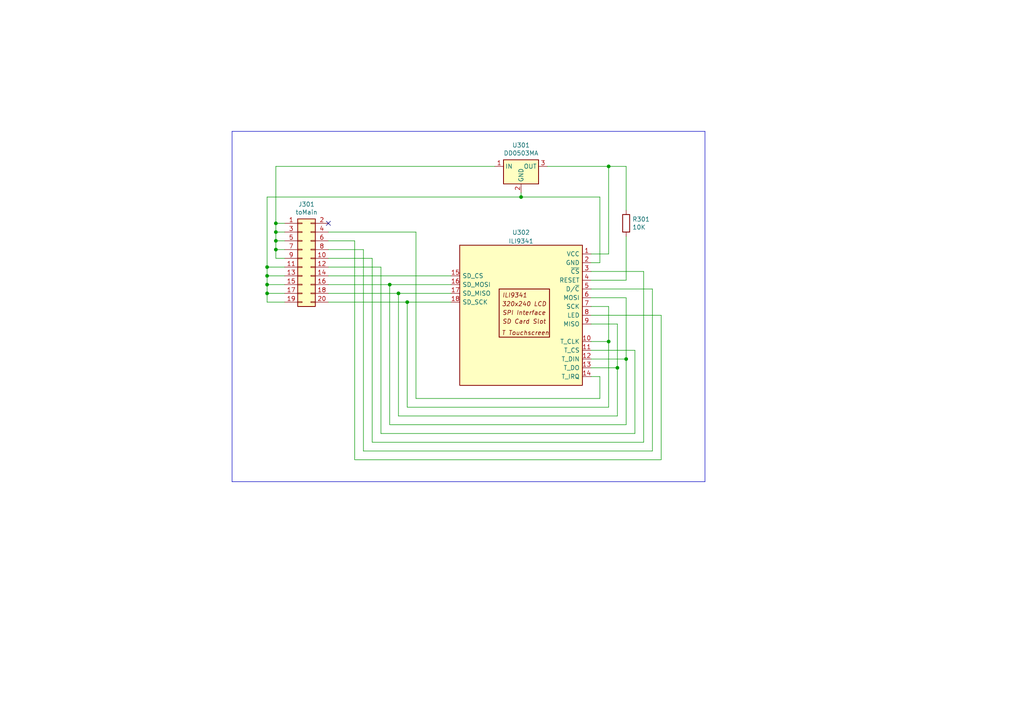
<source format=kicad_sch>
(kicad_sch (version 20230121) (generator eeschema)
  (paper "A4")
  (title_block (title "Brewboard") (date "2018-05-23") (rev "1.1") (company "MBSE") (comment 1 "TFT board"))
  (lib_symbols
    (symbol "Connector_Generic:Conn_02x10_Odd_Even" (pin_names (offset 1.016) hide)
      (property "Reference" "J" (at 1.27 12.7 0))
      (property "Value" "Conn_02x10_Odd_Even" (at 1.27 -15.24 0))
      (symbol "Conn_02x10_Odd_Even_1_1"
        (rectangle (start -1.27 -12.573) (end 0 -12.827) (stroke (width 0.1524)))
        (rectangle (start -1.27 -10.033) (end 0 -10.287) (stroke (width 0.1524)))
        (rectangle (start -1.27 -7.493) (end 0 -7.747) (stroke (width 0.1524)))
        (rectangle (start -1.27 -4.953) (end 0 -5.207) (stroke (width 0.1524)))
        (rectangle (start -1.27 -2.413) (end 0 -2.667) (stroke (width 0.1524)))
        (rectangle (start -1.27 0.127) (end 0 -0.127) (stroke (width 0.1524)))
        (rectangle (start -1.27 2.667) (end 0 2.413) (stroke (width 0.1524)))
        (rectangle (start -1.27 5.207) (end 0 4.953) (stroke (width 0.1524)))
        (rectangle (start -1.27 7.747) (end 0 7.493) (stroke (width 0.1524)))
        (rectangle (start -1.27 10.287) (end 0 10.033) (stroke (width 0.1524)))
        (rectangle (start -1.27 11.43) (end 3.81 -13.97) (stroke (width 0.254)) (fill (type background)))
        (rectangle (start 3.81 -12.573) (end 2.54 -12.827) (stroke (width 0.1524)))
        (rectangle (start 3.81 -10.033) (end 2.54 -10.287) (stroke (width 0.1524)))
        (rectangle (start 3.81 -7.493) (end 2.54 -7.747) (stroke (width 0.1524)))
        (rectangle (start 3.81 -4.953) (end 2.54 -5.207) (stroke (width 0.1524)))
        (rectangle (start 3.81 -2.413) (end 2.54 -2.667) (stroke (width 0.1524)))
        (rectangle (start 3.81 0.127) (end 2.54 -0.127) (stroke (width 0.1524)))
        (rectangle (start 3.81 2.667) (end 2.54 2.413) (stroke (width 0.1524)))
        (rectangle (start 3.81 5.207) (end 2.54 4.953) (stroke (width 0.1524)))
        (rectangle (start 3.81 7.747) (end 2.54 7.493) (stroke (width 0.1524)))
        (rectangle (start 3.81 10.287) (end 2.54 10.033) (stroke (width 0.1524)))
        (pin passive line (at -5.08 10.16 0) (length 3.81) (name "Pin_1") (number "1"))
        (pin passive line (at 7.62 0 180) (length 3.81) (name "Pin_10") (number "10"))
        (pin passive line (at -5.08 -2.54 0) (length 3.81) (name "Pin_11") (number "11"))
        (pin passive line (at 7.62 -2.54 180) (length 3.81) (name "Pin_12") (number "12"))
        (pin passive line (at -5.08 -5.08 0) (length 3.81) (name "Pin_13") (number "13"))
        (pin passive line (at 7.62 -5.08 180) (length 3.81) (name "Pin_14") (number "14"))
        (pin passive line (at -5.08 -7.62 0) (length 3.81) (name "Pin_15") (number "15"))
        (pin passive line (at 7.62 -7.62 180) (length 3.81) (name "Pin_16") (number "16"))
        (pin passive line (at -5.08 -10.16 0) (length 3.81) (name "Pin_17") (number "17"))
        (pin passive line (at 7.62 -10.16 180) (length 3.81) (name "Pin_18") (number "18"))
        (pin passive line (at -5.08 -12.7 0) (length 3.81) (name "Pin_19") (number "19"))
        (pin passive line (at 7.62 10.16 180) (length 3.81) (name "Pin_2") (number "2"))
        (pin passive line (at 7.62 -12.7 180) (length 3.81) (name "Pin_20") (number "20"))
        (pin passive line (at -5.08 7.62 0) (length 3.81) (name "Pin_3") (number "3"))
        (pin passive line (at 7.62 7.62 180) (length 3.81) (name "Pin_4") (number "4"))
        (pin passive line (at -5.08 5.08 0) (length 3.81) (name "Pin_5") (number "5"))
        (pin passive line (at 7.62 5.08 180) (length 3.81) (name "Pin_6") (number "6"))
        (pin passive line (at -5.08 2.54 0) (length 3.81) (name "Pin_7") (number "7"))
        (pin passive line (at 7.62 2.54 180) (length 3.81) (name "Pin_8") (number "8"))
        (pin passive line (at -5.08 0 0) (length 3.81) (name "Pin_9") (number "9"))
      )
    )
    (symbol "Converter_DCDC:OKI-78SR-3.3_1.5-W36-C"
      (property "Reference" "U" (at -3.81 3.175 0))
      (property "Value" "OKI-78SR-3.3_1.5-W36-C" (at 0 3.175 0))
      (symbol "OKI-78SR-3.3_1.5-W36-C_0_1"
        (rectangle (start -5.08 1.905) (end 5.08 -5.08) (stroke (width 0.254)) (fill (type background)))
      )
      (symbol "OKI-78SR-3.3_1.5-W36-C_1_1"
        (pin power_in line (at -7.62 0 0) (length 2.54) (name "IN") (number "1"))
        (pin power_in line (at 0 -7.62 90) (length 2.54) (name "GND") (number "2"))
        (pin power_out line (at 7.62 0 180) (length 2.54) (name "OUT") (number "3"))
      )
    )
    (symbol "Device:R" (pin_numbers hide) (pin_names (offset 0))
      (property "Reference" "R" (at 2.032 0 90))
      (property "Value" "R" (at 0 0 90))
      (symbol "R_0_1"
        (rectangle (start -1.016 -2.54) (end 1.016 2.54) (stroke (width 0.254)))
      )
      (symbol "R_1_1"
        (pin passive line (at 0 3.81 270) (length 1.27) (name "~") (number "1"))
        (pin passive line (at 0 -3.81 90) (length 1.27) (name "~") (number "2"))
      )
    )
    (symbol "TFT_SD:ILI9341" (pin_names (offset 0.762))
      (property "Reference" "U" (at -17.78 20.32 0))
      (property "Value" "ILI9341" (at 2.54 20.32 0))
      (symbol "ILI9341_0_0"
        (text "320x240 LCD" (at 0.889 2.032 0) (effects (font (size 1.27 1.27) italic)))
        (text "ILI9341" (at -5.461 4.572 0) (effects (font (size 1.27 1.27) italic) (justify left)))
        (text "SD Card Slot" (at -5.461 -3.048 0) (effects (font (size 1.27 1.27) italic) (justify left)))
        (text "SPI Interface" (at -5.461 -0.508 0) (effects (font (size 1.27 1.27) italic) (justify left)))
        (text "T Touchscreen" (at 1.27 -6.35 0) (effects (font (size 1.27 1.27) italic)))
        (pin input line (at 20.32 -8.89 180) (length 2.54) (name "T_CLK") (number "10"))
        (pin input line (at 20.32 -11.43 180) (length 2.54) (name "T_CS") (number "11"))
        (pin input line (at 20.32 -13.97 180) (length 2.54) (name "T_DIN") (number "12"))
        (pin tri_state line (at 20.32 -16.51 180) (length 2.54) (name "T_DO") (number "13"))
        (pin open_collector line (at 20.32 -19.05 180) (length 2.54) (name "T_IRQ") (number "14"))
      )
      (symbol "ILI9341_0_1"
        (rectangle (start -17.78 19.05) (end 17.78 -21.59) (stroke (width 0.254)) (fill (type background)))
        (rectangle (start -6.35 6.35) (end 8.255 -7.62) (stroke (width 0.254)))
      )
      (symbol "ILI9341_1_1"
        (pin power_in line (at 20.32 16.51 180) (length 2.54) (name "VCC") (number "1"))
        (pin input line (at -20.32 10.16 0) (length 2.54) (name "SD_CS") (number "15"))
        (pin input line (at -20.32 7.62 0) (length 2.54) (name "SD_MOSI") (number "16"))
        (pin tri_state line (at -20.32 5.08 0) (length 2.54) (name "SD_MISO") (number "17"))
        (pin input line (at -20.32 2.54 0) (length 2.54) (name "SD_SCK") (number "18"))
        (pin power_in line (at 20.32 13.97 180) (length 2.54) (name "GND") (number "2"))
        (pin input line (at 20.32 11.43 180) (length 2.54) (name "~{CS}") (number "3"))
        (pin input line (at 20.32 8.89 180) (length 2.54) (name "RESET") (number "4"))
        (pin input line (at 20.32 6.35 180) (length 2.54) (name "D/~{C}") (number "5"))
        (pin input line (at 20.32 3.81 180) (length 2.54) (name "MOSI") (number "6"))
        (pin input line (at 20.32 1.27 180) (length 2.54) (name "SCK") (number "7"))
        (pin input line (at 20.32 -1.27 180) (length 2.54) (name "LED") (number "8"))
        (pin tri_state line (at 20.32 -3.81 180) (length 2.54) (name "MISO") (number "9"))
      )
    )
  )
  (junction (at 77.47 80.01))
  (junction (at 176.53 48.26))
  (junction (at 115.57 85.09))
  (junction (at 77.47 77.47))
  (junction (at 77.47 85.09))
  (junction (at 80.01 67.31))
  (junction (at 179.07 106.68))
  (junction (at 77.47 82.55))
  (junction (at 176.53 99.06))
  (junction (at 80.01 69.85))
  (junction (at 80.01 64.77))
  (junction (at 113.03 82.55))
  (junction (at 80.01 72.39))
  (junction (at 151.13 57.15))
  (junction (at 118.11 87.63))
  (junction (at 181.61 104.14))
  (no_connect (at 95.25 64.77))
  (wire (pts (xy 181.61 60.96) (xy 181.61 48.26)))
  (wire (pts (xy 171.45 91.44) (xy 191.77 91.44)))
  (wire (pts (xy 95.25 80.01) (xy 130.81 80.01)))
  (wire (pts (xy 181.61 81.28) (xy 181.61 68.58)))
  (wire (pts (xy 171.45 83.82) (xy 189.23 83.82)))
  (wire (pts (xy 102.87 69.85) (xy 95.25 69.85)))
  (wire (pts (xy 77.47 80.01) (xy 82.55 80.01)))
  (wire (pts (xy 110.49 77.47) (xy 95.25 77.47)))
  (wire (pts (xy 171.45 93.98) (xy 179.07 93.98)))
  (polyline (pts (xy 67.31 139.7) (xy 67.31 38.1)))
  (wire (pts (xy 113.03 123.19) (xy 113.03 82.55)))
  (wire (pts (xy 186.69 78.74) (xy 186.69 128.27)))
  (wire (pts (xy 171.45 88.9) (xy 176.53 88.9)))
  (wire (pts (xy 95.25 82.55) (xy 113.03 82.55)))
  (wire (pts (xy 171.45 73.66) (xy 176.53 73.66)))
  (wire (pts (xy 186.69 128.27) (xy 107.95 128.27)))
  (wire (pts (xy 77.47 77.47) (xy 77.47 57.15)))
  (wire (pts (xy 184.15 125.73) (xy 110.49 125.73)))
  (wire (pts (xy 151.13 55.88) (xy 151.13 57.15)))
  (wire (pts (xy 176.53 118.11) (xy 118.11 118.11)))
  (polyline (pts (xy 204.47 139.7) (xy 67.31 139.7)))
  (wire (pts (xy 95.25 85.09) (xy 115.57 85.09)))
  (wire (pts (xy 80.01 64.77) (xy 80.01 48.26)))
  (wire (pts (xy 82.55 72.39) (xy 80.01 72.39)))
  (wire (pts (xy 179.07 120.65) (xy 115.57 120.65)))
  (wire (pts (xy 77.47 77.47) (xy 77.47 80.01)))
  (wire (pts (xy 80.01 72.39) (xy 80.01 69.85)))
  (wire (pts (xy 113.03 82.55) (xy 130.81 82.55)))
  (wire (pts (xy 105.41 130.81) (xy 105.41 72.39)))
  (wire (pts (xy 184.15 101.6) (xy 184.15 125.73)))
  (wire (pts (xy 118.11 87.63) (xy 95.25 87.63)))
  (wire (pts (xy 80.01 74.93) (xy 80.01 72.39)))
  (wire (pts (xy 82.55 69.85) (xy 80.01 69.85)))
  (wire (pts (xy 77.47 85.09) (xy 77.47 87.63)))
  (wire (pts (xy 171.45 78.74) (xy 186.69 78.74)))
  (wire (pts (xy 176.53 73.66) (xy 176.53 48.26)))
  (wire (pts (xy 173.99 76.2) (xy 171.45 76.2)))
  (wire (pts (xy 77.47 57.15) (xy 151.13 57.15)))
  (wire (pts (xy 173.99 115.57) (xy 120.65 115.57)))
  (wire (pts (xy 130.81 87.63) (xy 118.11 87.63)))
  (wire (pts (xy 179.07 106.68) (xy 179.07 120.65)))
  (wire (pts (xy 77.47 85.09) (xy 82.55 85.09)))
  (wire (pts (xy 181.61 123.19) (xy 113.03 123.19)))
  (wire (pts (xy 151.13 57.15) (xy 173.99 57.15)))
  (wire (pts (xy 181.61 48.26) (xy 176.53 48.26)))
  (wire (pts (xy 82.55 74.93) (xy 80.01 74.93)))
  (wire (pts (xy 171.45 101.6) (xy 184.15 101.6)))
  (wire (pts (xy 189.23 130.81) (xy 105.41 130.81)))
  (wire (pts (xy 120.65 115.57) (xy 120.65 67.31)))
  (wire (pts (xy 179.07 93.98) (xy 179.07 106.68)))
  (wire (pts (xy 176.53 48.26) (xy 158.75 48.26)))
  (wire (pts (xy 80.01 64.77) (xy 82.55 64.77)))
  (wire (pts (xy 107.95 74.93) (xy 95.25 74.93)))
  (wire (pts (xy 171.45 106.68) (xy 179.07 106.68)))
  (wire (pts (xy 82.55 67.31) (xy 80.01 67.31)))
  (wire (pts (xy 80.01 69.85) (xy 80.01 67.31)))
  (wire (pts (xy 77.47 87.63) (xy 82.55 87.63)))
  (wire (pts (xy 118.11 118.11) (xy 118.11 87.63)))
  (wire (pts (xy 191.77 91.44) (xy 191.77 133.35)))
  (wire (pts (xy 181.61 104.14) (xy 181.61 123.19)))
  (wire (pts (xy 80.01 48.26) (xy 143.51 48.26)))
  (wire (pts (xy 107.95 128.27) (xy 107.95 74.93)))
  (wire (pts (xy 115.57 120.65) (xy 115.57 85.09)))
  (polyline (pts (xy 204.47 38.1) (xy 204.47 139.7)))
  (wire (pts (xy 105.41 72.39) (xy 95.25 72.39)))
  (wire (pts (xy 102.87 133.35) (xy 102.87 69.85)))
  (wire (pts (xy 181.61 86.36) (xy 181.61 104.14)))
  (wire (pts (xy 189.23 83.82) (xy 189.23 130.81)))
  (wire (pts (xy 173.99 57.15) (xy 173.99 76.2)))
  (wire (pts (xy 171.45 81.28) (xy 181.61 81.28)))
  (wire (pts (xy 171.45 99.06) (xy 176.53 99.06)))
  (polyline (pts (xy 67.31 38.1) (xy 204.47 38.1)))
  (wire (pts (xy 110.49 125.73) (xy 110.49 77.47)))
  (wire (pts (xy 176.53 99.06) (xy 176.53 118.11)))
  (wire (pts (xy 120.65 67.31) (xy 95.25 67.31)))
  (wire (pts (xy 173.99 109.22) (xy 173.99 115.57)))
  (wire (pts (xy 171.45 86.36) (xy 181.61 86.36)))
  (wire (pts (xy 115.57 85.09) (xy 130.81 85.09)))
  (wire (pts (xy 77.47 82.55) (xy 77.47 85.09)))
  (wire (pts (xy 82.55 77.47) (xy 77.47 77.47)))
  (wire (pts (xy 171.45 104.14) (xy 181.61 104.14)))
  (wire (pts (xy 77.47 80.01) (xy 77.47 82.55)))
  (wire (pts (xy 80.01 67.31) (xy 80.01 64.77)))
  (wire (pts (xy 176.53 88.9) (xy 176.53 99.06)))
  (wire (pts (xy 191.77 133.35) (xy 102.87 133.35)))
  (wire (pts (xy 171.45 109.22) (xy 173.99 109.22)))
  (wire (pts (xy 77.47 82.55) (xy 82.55 82.55)))
  (symbol (lib_id "Connector_Generic:Conn_02x10_Odd_Even") (at 87.63 74.93 0) (unit 1)
    (property "Reference" "J301" (at 88.9 59.2582 0))
    (property "Value" "toMain" (at 88.9 61.5696 0))
  )
  (symbol (lib_id "Converter_DCDC:OKI-78SR-3.3_1.5-W36-C") (at 151.13 48.26 0) (unit 1)
    (property "Reference" "U301" (at 151.13 42.1132 0))
    (property "Value" "DD0503MA" (at 151.13 44.4246 0))
    (property "Footprint" "Converter_DCDC:Converter_DCDC_Murata_OKI-78SR_Vertical" (effects hide))
    (property "Datasheet" "https://power.murata.com/data/power/oki-78sr.pdf" (effects hide))
  )
  (symbol (lib_id "Device:R") (at 181.61 64.77 0) (unit 1)
    (property "Reference" "R301" (at 183.388 63.6016 0) (effects (justify left)))
    (property "Value" "10K" (at 183.388 65.913 0) (effects (justify left)))
  )
  (symbol (lib_id "TFT_SD:ILI9341") (at 151.13 90.17 0) (unit 1)
    (property "Reference" "U302" (at 151.13 67.4202 0))
    (property "Value" "ILI9341" (at 151.13 69.9571 0))
  )
)
</source>
